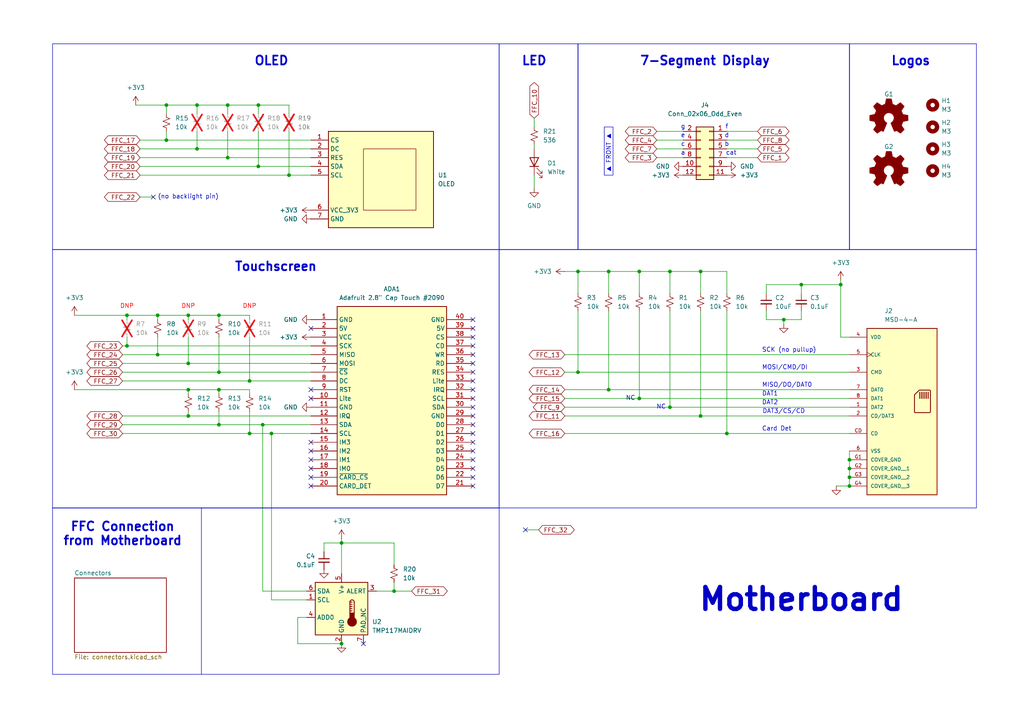
<source format=kicad_sch>
(kicad_sch (version 20231120) (generator "eeschema") (generator_version "8.0")
  (paper "A4")
  (junction (at 185.42 78.74))
  (junction (at 66.04 45.72))
  (junction (at 246.38 140.97))
  (junction (at 74.93 30.48))
  (junction (at 45.72 91.44))
  (junction (at 36.83 91.44))
  (junction (at 176.53 113.03))
  (junction (at 76.2 123.19))
  (junction (at 72.39 125.73))
  (junction (at 54.61 91.44))
  (junction (at 232.41 82.55))
  (junction (at 246.38 133.35))
  (junction (at 36.83 100.33))
  (junction (at 176.53 78.74))
  (junction (at 63.5 91.44))
  (junction (at 48.26 30.48))
  (junction (at 54.61 120.65))
  (junction (at 114.3 171.45))
  (junction (at 45.72 102.87))
  (junction (at 57.15 30.48))
  (junction (at 203.2 120.65))
  (junction (at 66.04 30.48))
  (junction (at 243.84 82.55))
  (junction (at 167.64 78.74))
  (junction (at 63.5 113.03))
  (junction (at 54.61 113.03))
  (junction (at 246.38 135.89))
  (junction (at 210.82 125.73))
  (junction (at 194.31 78.74))
  (junction (at 194.31 118.11))
  (junction (at 83.82 50.8))
  (junction (at 203.2 78.74))
  (junction (at 78.74 125.73))
  (junction (at 99.06 186.69))
  (junction (at 48.26 40.64))
  (junction (at 227.33 92.71))
  (junction (at 57.15 43.18))
  (junction (at 63.5 107.95))
  (junction (at 72.39 110.49))
  (junction (at 99.06 157.48))
  (junction (at 167.64 107.95))
  (junction (at 185.42 115.57))
  (junction (at 54.61 105.41))
  (junction (at 74.93 48.26))
  (junction (at 63.5 123.19))
  (junction (at 246.38 138.43))
  (no_connect (at 137.16 102.87))
  (no_connect (at 137.16 92.71))
  (no_connect (at 90.17 113.03))
  (no_connect (at 137.16 97.79))
  (no_connect (at 90.17 130.81))
  (no_connect (at 137.16 118.11))
  (no_connect (at 90.17 128.27))
  (no_connect (at 137.16 107.95))
  (no_connect (at 90.17 140.97))
  (no_connect (at 105.41 186.69))
  (no_connect (at 137.16 115.57))
  (no_connect (at 137.16 128.27))
  (no_connect (at 137.16 140.97))
  (no_connect (at 44.45 57.15))
  (no_connect (at 137.16 135.89))
  (no_connect (at 90.17 95.25))
  (no_connect (at 137.16 138.43))
  (no_connect (at 90.17 138.43))
  (no_connect (at 90.17 133.35))
  (no_connect (at 137.16 100.33))
  (no_connect (at 137.16 133.35))
  (no_connect (at 137.16 130.81))
  (no_connect (at 137.16 105.41))
  (no_connect (at 137.16 125.73))
  (no_connect (at 137.16 123.19))
  (no_connect (at 90.17 115.57))
  (no_connect (at 137.16 113.03))
  (no_connect (at 137.16 95.25))
  (no_connect (at 137.16 120.65))
  (no_connect (at 90.17 135.89))
  (no_connect (at 152.4 153.67))
  (no_connect (at 137.16 110.49))
  (wire (pts (xy 219.71 45.72) (xy 210.82 45.72)))
  (wire (pts (xy 246.38 133.35) (xy 246.38 135.89)))
  (wire (pts (xy 39.37 30.48) (xy 48.26 30.48)))
  (wire (pts (xy 190.5 40.64) (xy 198.12 40.64)))
  (wire (pts (xy 109.22 171.45) (xy 114.3 171.45)))
  (wire (pts (xy 219.71 43.18) (xy 210.82 43.18)))
  (wire (pts (xy 40.64 48.26) (xy 74.93 48.26)))
  (wire (pts (xy 40.64 40.64) (xy 48.26 40.64)))
  (wire (pts (xy 163.83 120.65) (xy 203.2 120.65)))
  (wire (pts (xy 163.83 115.57) (xy 185.42 115.57)))
  (wire (pts (xy 66.04 45.72) (xy 90.17 45.72)))
  (wire (pts (xy 232.41 82.55) (xy 232.41 85.09)))
  (wire (pts (xy 54.61 91.44) (xy 63.5 91.44)))
  (wire (pts (xy 246.38 130.81) (xy 246.38 133.35)))
  (wire (pts (xy 163.83 113.03) (xy 176.53 113.03)))
  (wire (pts (xy 72.39 125.73) (xy 78.74 125.73)))
  (wire (pts (xy 176.53 113.03) (xy 246.38 113.03)))
  (wire (pts (xy 35.56 123.19) (xy 63.5 123.19)))
  (polyline (pts (xy 58.42 147.32) (xy 58.42 195.58)))
  (wire (pts (xy 63.5 91.44) (xy 72.39 91.44)))
  (wire (pts (xy 163.83 118.11) (xy 194.31 118.11)))
  (wire (pts (xy 114.3 171.45) (xy 119.38 171.45)))
  (wire (pts (xy 40.64 50.8) (xy 83.82 50.8)))
  (wire (pts (xy 176.53 78.74) (xy 185.42 78.74)))
  (wire (pts (xy 99.06 157.48) (xy 114.3 157.48)))
  (wire (pts (xy 76.2 171.45) (xy 88.9 171.45)))
  (wire (pts (xy 35.56 102.87) (xy 45.72 102.87)))
  (wire (pts (xy 114.3 168.91) (xy 114.3 171.45)))
  (wire (pts (xy 154.94 43.18) (xy 154.94 41.91)))
  (wire (pts (xy 63.5 123.19) (xy 76.2 123.19)))
  (wire (pts (xy 185.42 78.74) (xy 185.42 85.09)))
  (wire (pts (xy 246.38 135.89) (xy 246.38 138.43)))
  (wire (pts (xy 74.93 38.1) (xy 74.93 48.26)))
  (wire (pts (xy 185.42 78.74) (xy 194.31 78.74)))
  (wire (pts (xy 90.17 102.87) (xy 45.72 102.87)))
  (wire (pts (xy 35.56 107.95) (xy 63.5 107.95)))
  (wire (pts (xy 163.83 102.87) (xy 246.38 102.87)))
  (wire (pts (xy 66.04 30.48) (xy 74.93 30.48)))
  (wire (pts (xy 90.17 100.33) (xy 36.83 100.33)))
  (wire (pts (xy 76.2 123.19) (xy 76.2 171.45)))
  (wire (pts (xy 176.53 90.17) (xy 176.53 113.03)))
  (wire (pts (xy 35.56 125.73) (xy 72.39 125.73)))
  (wire (pts (xy 66.04 30.48) (xy 66.04 33.02)))
  (wire (pts (xy 63.5 119.38) (xy 63.5 123.19)))
  (wire (pts (xy 48.26 30.48) (xy 57.15 30.48)))
  (wire (pts (xy 54.61 120.65) (xy 90.17 120.65)))
  (wire (pts (xy 203.2 90.17) (xy 203.2 120.65)))
  (wire (pts (xy 227.33 92.71) (xy 232.41 92.71)))
  (wire (pts (xy 152.4 153.67) (xy 156.21 153.67)))
  (wire (pts (xy 167.64 78.74) (xy 167.64 85.09)))
  (wire (pts (xy 45.72 91.44) (xy 54.61 91.44)))
  (wire (pts (xy 74.93 30.48) (xy 74.93 33.02)))
  (wire (pts (xy 243.84 82.55) (xy 243.84 97.79)))
  (wire (pts (xy 72.39 97.79) (xy 72.39 110.49)))
  (wire (pts (xy 45.72 92.71) (xy 45.72 91.44)))
  (wire (pts (xy 57.15 43.18) (xy 90.17 43.18)))
  (wire (pts (xy 72.39 119.38) (xy 72.39 125.73)))
  (wire (pts (xy 222.25 82.55) (xy 222.25 85.09)))
  (wire (pts (xy 78.74 125.73) (xy 78.74 173.99)))
  (wire (pts (xy 210.82 85.09) (xy 210.82 78.74)))
  (wire (pts (xy 72.39 113.03) (xy 72.39 114.3)))
  (wire (pts (xy 219.71 40.64) (xy 210.82 40.64)))
  (wire (pts (xy 83.82 50.8) (xy 90.17 50.8)))
  (wire (pts (xy 154.94 34.29) (xy 154.94 36.83)))
  (wire (pts (xy 54.61 120.65) (xy 54.61 119.38)))
  (wire (pts (xy 222.25 92.71) (xy 227.33 92.71)))
  (wire (pts (xy 190.5 45.72) (xy 198.12 45.72)))
  (wire (pts (xy 48.26 40.64) (xy 90.17 40.64)))
  (wire (pts (xy 63.5 114.3) (xy 63.5 113.03)))
  (wire (pts (xy 93.98 157.48) (xy 99.06 157.48)))
  (wire (pts (xy 246.38 138.43) (xy 246.38 140.97)))
  (wire (pts (xy 190.5 38.1) (xy 198.12 38.1)))
  (wire (pts (xy 114.3 157.48) (xy 114.3 163.83)))
  (wire (pts (xy 219.71 38.1) (xy 210.82 38.1)))
  (wire (pts (xy 57.15 38.1) (xy 57.15 43.18)))
  (wire (pts (xy 83.82 30.48) (xy 83.82 33.02)))
  (wire (pts (xy 243.84 97.79) (xy 246.38 97.79)))
  (wire (pts (xy 210.82 78.74) (xy 203.2 78.74)))
  (wire (pts (xy 72.39 91.44) (xy 72.39 92.71)))
  (wire (pts (xy 35.56 105.41) (xy 54.61 105.41)))
  (wire (pts (xy 167.64 107.95) (xy 167.64 90.17)))
  (wire (pts (xy 210.82 90.17) (xy 210.82 125.73)))
  (wire (pts (xy 163.83 125.73) (xy 210.82 125.73)))
  (wire (pts (xy 163.83 78.74) (xy 167.64 78.74)))
  (wire (pts (xy 83.82 38.1) (xy 83.82 50.8)))
  (wire (pts (xy 21.59 91.44) (xy 36.83 91.44)))
  (wire (pts (xy 210.82 125.73) (xy 246.38 125.73)))
  (wire (pts (xy 176.53 78.74) (xy 176.53 85.09)))
  (wire (pts (xy 66.04 38.1) (xy 66.04 45.72)))
  (wire (pts (xy 35.56 120.65) (xy 54.61 120.65)))
  (wire (pts (xy 45.72 91.44) (xy 36.83 91.44)))
  (wire (pts (xy 203.2 78.74) (xy 194.31 78.74)))
  (wire (pts (xy 194.31 118.11) (xy 194.31 90.17)))
  (wire (pts (xy 163.83 107.95) (xy 167.64 107.95)))
  (wire (pts (xy 40.64 45.72) (xy 66.04 45.72)))
  (wire (pts (xy 57.15 30.48) (xy 66.04 30.48)))
  (wire (pts (xy 54.61 91.44) (xy 54.61 92.71)))
  (wire (pts (xy 54.61 105.41) (xy 90.17 105.41)))
  (wire (pts (xy 74.93 30.48) (xy 83.82 30.48)))
  (wire (pts (xy 48.26 38.1) (xy 48.26 40.64)))
  (wire (pts (xy 88.9 179.07) (xy 86.36 179.07)))
  (wire (pts (xy 232.41 82.55) (xy 222.25 82.55)))
  (wire (pts (xy 74.93 48.26) (xy 90.17 48.26)))
  (wire (pts (xy 72.39 110.49) (xy 90.17 110.49)))
  (wire (pts (xy 54.61 97.79) (xy 54.61 105.41)))
  (wire (pts (xy 76.2 123.19) (xy 90.17 123.19)))
  (wire (pts (xy 36.83 91.44) (xy 36.83 92.71)))
  (wire (pts (xy 203.2 78.74) (xy 203.2 85.09)))
  (wire (pts (xy 203.2 120.65) (xy 246.38 120.65)))
  (wire (pts (xy 40.64 57.15) (xy 44.45 57.15)))
  (wire (pts (xy 86.36 186.69) (xy 99.06 186.69)))
  (wire (pts (xy 35.56 110.49) (xy 72.39 110.49)))
  (wire (pts (xy 190.5 43.18) (xy 198.12 43.18)))
  (wire (pts (xy 246.38 118.11) (xy 194.31 118.11)))
  (wire (pts (xy 242.57 140.97) (xy 246.38 140.97)))
  (wire (pts (xy 78.74 173.99) (xy 88.9 173.99)))
  (wire (pts (xy 57.15 30.48) (xy 57.15 33.02)))
  (wire (pts (xy 243.84 82.55) (xy 232.41 82.55)))
  (wire (pts (xy 63.5 91.44) (xy 63.5 92.71)))
  (wire (pts (xy 86.36 179.07) (xy 86.36 186.69)))
  (wire (pts (xy 63.5 113.03) (xy 54.61 113.03)))
  (wire (pts (xy 36.83 97.79) (xy 36.83 100.33)))
  (wire (pts (xy 232.41 92.71) (xy 232.41 90.17)))
  (wire (pts (xy 78.74 125.73) (xy 90.17 125.73)))
  (wire (pts (xy 40.64 43.18) (xy 57.15 43.18)))
  (wire (pts (xy 194.31 78.74) (xy 194.31 85.09)))
  (wire (pts (xy 154.94 54.61) (xy 154.94 50.8)))
  (wire (pts (xy 35.56 100.33) (xy 36.83 100.33)))
  (wire (pts (xy 167.64 78.74) (xy 176.53 78.74)))
  (wire (pts (xy 48.26 30.48) (xy 48.26 33.02)))
  (wire (pts (xy 54.61 113.03) (xy 54.61 114.3)))
  (wire (pts (xy 243.84 81.28) (xy 243.84 82.55)))
  (wire (pts (xy 63.5 113.03) (xy 72.39 113.03)))
  (wire (pts (xy 63.5 97.79) (xy 63.5 107.95)))
  (wire (pts (xy 21.59 113.03) (xy 54.61 113.03)))
  (wire (pts (xy 222.25 90.17) (xy 222.25 92.71)))
  (wire (pts (xy 246.38 107.95) (xy 167.64 107.95)))
  (wire (pts (xy 45.72 102.87) (xy 45.72 97.79)))
  (wire (pts (xy 99.06 156.21) (xy 99.06 157.48)))
  (wire (pts (xy 185.42 115.57) (xy 185.42 90.17)))
  (wire (pts (xy 227.33 93.98) (xy 227.33 92.71)))
  (wire (pts (xy 246.38 115.57) (xy 185.42 115.57)))
  (wire (pts (xy 93.98 157.48) (xy 93.98 160.02)))
  (wire (pts (xy 99.06 157.48) (xy 99.06 166.37)))
  (wire (pts (xy 63.5 107.95) (xy 90.17 107.95)))
  (rectangle (start 167.64 12.7) (end 246.38 72.39))
  (rectangle (start 175.26 36.83) (end 177.8 50.8))
  (rectangle (start 246.38 12.7) (end 283.21 72.39))
  (rectangle (start 15.24 147.32) (end 144.78 195.58))
  (rectangle (start 15.24 72.39) (end 144.78 147.32))
  (rectangle (start 15.24 12.7) (end 144.78 72.39))
  (rectangle (start 144.78 72.39) (end 283.21 147.32))
  (rectangle (start 144.78 12.7) (end 167.64 72.39))
  (text "b" (at 210.82 41.91 0) (effects (font (size 1.27 1.27))))
  (text "DNP" (at 54.61 88.9 0) (effects (font (size 1.27 1.27))))
  (text "c" (at 198.12 41.91 0) (effects (font (size 1.27 1.27))))
  (text "Logos" (at 264.16 17.78 0) (effects (font (size 2.54 2.54) (thickness 0.508) (bold yes))))
  (text "FFC Connection\nfrom Motherboard" (at 35.56 154.94 0) (effects (font (size 2.54 2.54) (thickness 0.508) (bold yes))))
  (text "DNP" (at 36.83 88.9 0) (effects (font (size 1.27 1.27))))
  (text "MOSI/CMD/DI" (at 220.98 106.68 0) (effects (font (size 1.27 1.27)) (justify left)))
  (text "f" (at 210.82 36.83 0) (effects (font (size 1.27 1.27))))
  (text "e" (at 198.12 39.37 0) (effects (font (size 1.27 1.27))))
  (text "7-Segment Display" (at 204.47 17.78 0) (effects (font (size 2.54 2.54) (thickness 0.508) (bold yes))))
  (text "LED" (at 154.94 17.78 0) (effects (font (size 2.54 2.54) (thickness 0.508) (bold yes))))
  (text "DAT2" (at 220.98 116.84 0) (effects (font (size 1.27 1.27)) (justify left)))
  (text "Touchscreen" (at 80.01 77.47 0) (effects (font (size 2.54 2.54) (thickness 0.508) (bold yes))))
  (text "NC" (at 182.88 115.57 0) (effects (font (size 1.27 1.27))))
  (text "DAT1" (at 220.98 114.3 0) (effects (font (size 1.27 1.27)) (justify left)))
  (text "▲ FRONT ▲" (at 176.53 44.45 90) (effects (font (size 1.27 1.27))))
  (text "MISO/DO/DAT0" (at 220.98 111.76 0) (effects (font (size 1.27 1.27)) (justify left)))
  (text "DNP" (at 72.39 88.9 0) (effects (font (size 1.27 1.27))))
  (text "NC" (at 191.77 118.11 0) (effects (font (size 1.27 1.27))))
  (text "g" (at 198.12 36.83 0) (effects (font (size 1.27 1.27))))
  (text "SCK (no pullup)" (at 220.98 101.6 0) (effects (font (size 1.27 1.27)) (justify left)))
  (text "DAT3/CS/CD\n" (at 227.33 119.38 0) (effects (font (size 1.27 1.27))))
  (text "Card Det" (at 220.98 124.46 0) (effects (font (size 1.27 1.27)) (justify left)))
  (text "cat" (at 212.09 44.45 0) (effects (font (size 1.27 1.27))))
  (text "a" (at 198.12 44.45 0) (effects (font (size 1.27 1.27))))
  (text "Motherboard" (at 232.41 173.99 0) (effects (font (size 6.35 6.35) (bold yes))))
  (text "OLED" (at 78.74 17.78 0) (effects (font (size 2.54 2.54) (thickness 0.508) (bold yes))))
  (text "(no backlight pin)" (at 54.61 57.15 0) (effects (font (size 1.27 1.27))))
  (text "d" (at 210.82 39.37 0) (effects (font (size 1.27 1.27))))
  (global_label "FFC_4" (shape bidirectional) (at 190.5 40.64 180) (property "Intersheetrefs" "${INTERSHEET_REFS}" (effects (hide yes))))
  (global_label "FFC_25" (shape bidirectional) (at 35.56 105.41 180) (property "Intersheetrefs" "${INTERSHEET_REFS}" (effects (hide yes))))
  (global_label "FFC_18" (shape bidirectional) (at 40.64 43.18 180) (property "Intersheetrefs" "${INTERSHEET_REFS}" (effects (hide yes))))
  (global_label "FFC_9" (shape bidirectional) (at 163.83 118.11 180) (property "Intersheetrefs" "${INTERSHEET_REFS}" (effects (hide yes))))
  (global_label "FFC_12" (shape bidirectional) (at 163.83 107.95 180) (property "Intersheetrefs" "${INTERSHEET_REFS}" (effects (hide yes))))
  (global_label "FFC_5" (shape bidirectional) (at 219.71 43.18 0) (property "Intersheetrefs" "${INTERSHEET_REFS}" (effects (hide yes))))
  (global_label "FFC_26" (shape bidirectional) (at 35.56 107.95 180) (property "Intersheetrefs" "${INTERSHEET_REFS}" (effects (hide yes))))
  (global_label "FFC_16" (shape bidirectional) (at 163.83 125.73 180) (property "Intersheetrefs" "${INTERSHEET_REFS}" (effects (hide yes))))
  (global_label "FFC_15" (shape bidirectional) (at 163.83 115.57 180) (property "Intersheetrefs" "${INTERSHEET_REFS}" (effects (hide yes))))
  (global_label "FFC_14" (shape bidirectional) (at 163.83 113.03 180) (property "Intersheetrefs" "${INTERSHEET_REFS}" (effects (hide yes))))
  (global_label "FFC_30" (shape bidirectional) (at 35.56 125.73 180) (property "Intersheetrefs" "${INTERSHEET_REFS}" (effects (hide yes))))
  (global_label "FFC_24" (shape bidirectional) (at 35.56 102.87 180) (property "Intersheetrefs" "${INTERSHEET_REFS}" (effects (hide yes))))
  (global_label "FFC_1" (shape bidirectional) (at 219.71 45.72 0) (property "Intersheetrefs" "${INTERSHEET_REFS}" (effects (hide yes))))
  (global_label "FFC_17" (shape bidirectional) (at 40.64 40.64 180) (property "Intersheetrefs" "${INTERSHEET_REFS}" (effects (hide yes))))
  (global_label "FFC_8" (shape bidirectional) (at 219.71 40.64 0) (property "Intersheetrefs" "${INTERSHEET_REFS}" (effects (hide yes))))
  (global_label "FFC_23" (shape bidirectional) (at 35.56 100.33 180) (property "Intersheetrefs" "${INTERSHEET_REFS}" (effects (hide yes))))
  (global_label "FFC_29" (shape bidirectional) (at 35.56 123.19 180) (property "Intersheetrefs" "${INTERSHEET_REFS}" (effects (hide yes))))
  (global_label "FFC_13" (shape bidirectional) (at 163.83 102.87 180) (property "Intersheetrefs" "${INTERSHEET_REFS}" (effects (hide yes))))
  (global_label "FFC_22" (shape bidirectional) (at 40.64 57.15 180) (property "Intersheetrefs" "${INTERSHEET_REFS}" (effects (hide yes))))
  (global_label "FFC_7" (shape bidirectional) (at 190.5 43.18 180) (property "Intersheetrefs" "${INTERSHEET_REFS}" (effects (hide yes))))
  (global_label "FFC_10" (shape bidirectional) (at 154.94 34.29 90) (property "Intersheetrefs" "${INTERSHEET_REFS}" (effects (hide yes))))
  (global_label "FFC_27" (shape bidirectional) (at 35.56 110.49 180) (property "Intersheetrefs" "${INTERSHEET_REFS}" (effects (hide yes))))
  (global_label "FFC_19" (shape bidirectional) (at 40.64 45.72 180) (property "Intersheetrefs" "${INTERSHEET_REFS}" (effects (hide yes))))
  (global_label "FFC_32" (shape bidirectional) (at 156.21 153.67 0) (property "Intersheetrefs" "${INTERSHEET_REFS}" (effects (hide yes))))
  (global_label "FFC_28" (shape bidirectional) (at 35.56 120.65 180) (property "Intersheetrefs" "${INTERSHEET_REFS}" (effects (hide yes))))
  (global_label "FFC_31" (shape bidirectional) (at 119.38 171.45 0) (property "Intersheetrefs" "${INTERSHEET_REFS}" (effects (hide yes))))
  (global_label "FFC_21" (shape bidirectional) (at 40.64 50.8 180) (property "Intersheetrefs" "${INTERSHEET_REFS}" (effects (hide yes))))
  (global_label "FFC_6" (shape bidirectional) (at 219.71 38.1 0) (property "Intersheetrefs" "${INTERSHEET_REFS}" (effects (hide yes))))
  (global_label "FFC_2" (shape bidirectional) (at 190.5 38.1 180) (property "Intersheetrefs" "${INTERSHEET_REFS}" (effects (hide yes))))
  (global_label "FFC_3" (shape bidirectional) (at 190.5 45.72 180) (property "Intersheetrefs" "${INTERSHEET_REFS}" (effects (hide yes))))
  (global_label "FFC_20" (shape bidirectional) (at 40.64 48.26 180) (property "Intersheetrefs" "${INTERSHEET_REFS}" (effects (hide yes))))
  (global_label "FFC_11" (shape bidirectional) (at 163.83 120.65 180) (property "Intersheetrefs" "${INTERSHEET_REFS}" (effects (hide yes))))
  (symbol (lib_id "Device:R_Small_US") (at 203.2 87.63 0) (unit 1)
    (property "Reference" "R2" (at 205.74 86.3599 0) (effects (justify left)))
    (property "Value" "10k" (at 205.74 88.8999 0) (effects (justify left)))
    (property "Footprint" "PCM_Resistor_SMD_AKL:R_0603_1608Metric_Pad1.05x0.95mm_HandSolder" (effects (hide yes)))
    (property "Datasheet" "https://www.yageo.com/upload/media/product/products/datasheet/rchip/PYu-RC_Group_51_RoHS_L_12.pdf" (effects (hide yes)))
    (property "Description" "Resistor, small US symbol" (effects (hide yes)))
    (property "Digikey" "https://www.digikey.com/en/products/detail/yageo/RC0603FR-0710KL/726880" (effects (hide yes)))
    (property "Mfgr" "YAGEO" (effects (hide yes)))
    (property "MPN" "RC0603FR-0710KL" (effects (hide yes)))
  )
  (symbol (lib_id "Device:R_Small_US") (at 194.31 87.63 0) (unit 1)
    (property "Reference" "R1" (at 196.85 86.3599 0) (effects (justify left)))
    (property "Value" "10k" (at 196.85 88.8999 0) (effects (justify left)))
    (property "Footprint" "PCM_Resistor_SMD_AKL:R_0603_1608Metric_Pad1.05x0.95mm_HandSolder" (effects (hide yes)))
    (property "Datasheet" "https://www.yageo.com/upload/media/product/products/datasheet/rchip/PYu-RC_Group_51_RoHS_L_12.pdf" (effects (hide yes)))
    (property "Description" "Resistor, small US symbol" (effects (hide yes)))
    (property "Digikey" "https://www.digikey.com/en/products/detail/yageo/RC0603FR-0710KL/726880" (effects (hide yes)))
    (property "Mfgr" "YAGEO" (effects (hide yes)))
    (property "MPN" "RC0603FR-0710KL" (effects (hide yes)))
  )
  (symbol (lib_id "Device:R_Small_US") (at 54.61 95.25 0) (unit 1) (dnp yes)
    (property "Reference" "R9" (at 57.15 93.9799 0) (effects (justify left)))
    (property "Value" "10k" (at 57.15 96.5199 0) (effects (justify left)))
    (property "Footprint" "PCM_Resistor_SMD_AKL:R_0603_1608Metric_Pad1.05x0.95mm_HandSolder" (effects (hide yes)))
    (property "Datasheet" "https://www.yageo.com/upload/media/product/products/datasheet/rchip/PYu-RC_Group_51_RoHS_L_12.pdf" (effects (hide yes)))
    (property "Description" "Resistor, small US symbol" (effects (hide yes)))
    (property "Digikey" "https://www.digikey.com/en/products/detail/yageo/RC0603FR-0710KL/726880" (effects (hide yes)))
    (property "Mfgr" "YAGEO" (effects (hide yes)))
    (property "MPN" "RC0603FR-0710KL" (effects (hide yes)))
  )
  (symbol (lib_id "MSD_4_A:MSD-4-A") (at 261.62 115.57 0) (unit 1)
    (property "Reference" "J2" (at 256.54 90.17 0) (effects (justify left)))
    (property "Value" "MSD-4-A" (at 256.54 92.71 0) (effects (justify left)))
    (property "Footprint" "MSD_4_A:CUI_MSD-4-A" (effects (hide yes)))
    (property "Datasheet" "https://www.cuidevices.com/product/resource/digikeypdf/msd-4-a.pdf" (effects (hide yes)))
    (property "Description" "MICRO SD CARD CONNECTOR, 9 POSIT, Push-In/Auto-Eject" (effects (hide yes)))
    (property "PARTREV" "1.0" (effects (hide yes)))
    (property "STANDARD" "Manufacturer Recommendations" (effects (hide yes)))
    (property "MAXIMUM_PACKAGE_HEIGHT" "2.00mm" (effects (hide yes)))
    (property "MANUFACTURER" "CUI Devices" (effects (hide yes)))
    (property "Digikey" "https://www.digikey.com/en/products/detail/same-sky-formerly-cui-devices/MSD-4-A/21796808" (effects (hide yes)))
    (property "Mfgr" "Same Sky (CUI)" (effects (hide yes)))
    (property "MPN" "MSD-4-A" (effects (hide yes)))
  )
  (symbol (lib_name "QBLP631_White_LED_1") (lib_id "QBLP631_White_LED:QBLP631_White_LED") (at 154.94 48.26 90) (unit 1)
    (property "Reference" "D1" (at 158.75 47.3074 90) (effects (justify right)))
    (property "Value" "White" (at 158.75 49.8474 90) (effects (justify right)))
    (property "Footprint" "QBLP631_White_LED:QBLP631_White_LED_0805" (effects (hide yes)))
    (property "Datasheet" "https://www.qt-brightek.com/datasheet/QBLP631_series.pdf" (effects (hide yes)))
    (property "Description" "White LED, Vf=3.1 @ 5mA" (effects (hide yes)))
    (property "Digikey" "https://www.digikey.com/en/products/detail/qt-brightek-qtb/QBLP631-IW5/16499651" (effects (hide yes)))
    (property "Mfgr" "QT Brightek (QTB)" (effects (hide yes)))
    (property "MPN" "QBLP631-IW5" (effects (hide yes)))
  )
  (symbol (lib_id "Device:R_Small_US") (at 48.26 35.56 0) (unit 1)
    (property "Reference" "R15" (at 50.8 34.2899 0) (effects (justify left)))
    (property "Value" "10k" (at 50.8 36.8299 0) (effects (justify left)))
    (property "Footprint" "PCM_Resistor_SMD_AKL:R_0603_1608Metric_Pad1.05x0.95mm_HandSolder" (effects (hide yes)))
    (property "Datasheet" "https://www.yageo.com/upload/media/product/products/datasheet/rchip/PYu-RC_Group_51_RoHS_L_12.pdf" (effects (hide yes)))
    (property "Description" "Resistor, small US symbol" (effects (hide yes)))
    (property "Digikey" "https://www.digikey.com/en/products/detail/yageo/RC0603FR-0710KL/726880" (effects (hide yes)))
    (property "Mfgr" "YAGEO" (effects (hide yes)))
    (property "MPN" "RC0603FR-0710KL" (effects (hide yes)))
  )
  (symbol (lib_id "power:+3V3") (at 210.82 50.8 270) (unit 1)
    (property "Reference" "#PWR020" (effects (hide yes)))
    (property "Value" "+3V3" (at 214.63 50.7999 90) (effects (justify left)))
    (property "Description" "Power symbol creates a global label with name \"+3V3\"" (effects (hide yes)))
  )
  (symbol (lib_id "power:+3V3") (at 198.12 50.8 90) (unit 1)
    (property "Reference" "#PWR019" (effects (hide yes)))
    (property "Value" "+3V3" (at 194.31 50.7999 90) (effects (justify left)))
    (property "Description" "Power symbol creates a global label with name \"+3V3\"" (effects (hide yes)))
  )
  (symbol (lib_id "Mechanical:MountingHole") (at 270.51 49.53 0) (unit 1) (exclude_from_sim yes) (in_bom no)
    (property "Reference" "H4" (at 273.05 48.2599 0) (effects (justify left)))
    (property "Value" "M3" (at 273.05 50.7999 0) (effects (justify left)))
    (property "Footprint" "MountingHole:MountingHole_3.2mm_M3" (effects (hide yes)))
    (property "Datasheet" "https://www.we-online.com/components/products/datasheet/97790603111.pdf" (effects (hide yes)))
    (property "Description" "Mounting Hole without connection" (effects (hide yes)))
    (property "Digikey" "https://www.digikey.com/en/products/detail/w%C3%BCrth-elektronik/97790603111/10056387" (effects (hide yes)))
    (property "Mfgr" "Wurth" (effects (hide yes)))
    (property "MPN" "97790603111" (effects (hide yes)))
    (property "Digikey2" "https://www.digikey.com/en/products/detail/w%C3%BCrth-elektronik/970800321/6174900" (effects (hide yes)))
    (property "Mfgr2" "Wurth" (effects (hide yes)))
    (property "MPN2" "970800321" (effects (hide yes)))
  )
  (symbol (lib_id "power:+3V3") (at 39.37 30.48 0) (unit 1)
    (property "Reference" "#PWR011" (effects (hide yes)))
    (property "Value" "+3V3" (at 39.37 25.4 0))
    (property "Description" "Power symbol creates a global label with name \"+3V3\"" (effects (hide yes)))
  )
  (symbol (lib_id "Graphic:Logo_Open_Hardware_Small") (at 257.81 49.53 0) (unit 1) (exclude_from_sim yes) (in_bom no)
    (property "Reference" "G2" (at 257.81 42.545 0))
    (property "Value" "Logo_Open_Hardware_Small" (effects (hide yes)))
    (property "Footprint" "Symbol:OSHW-Logo2_14.6x12mm_SilkScreen" (effects (hide yes)))
    (property "Description" "Open Hardware logo, small" (effects (hide yes)))
  )
  (symbol (lib_id "Device:C_Small") (at 93.98 162.56 0) (mirror y) (unit 1)
    (property "Reference" "C4" (at 91.44 161.2962 0) (effects (justify left)))
    (property "Value" "0.1uF" (at 91.44 163.8362 0) (effects (justify left)))
    (property "Footprint" "Capacitor_SMD:C_0603_1608Metric_Pad1.08x0.95mm_HandSolder" (effects (hide yes)))
    (property "Datasheet" "https://www.yageo.com/upload/media/product/productsearch/datasheet/mlcc/UPY-GPHC_X7R_6.3V-to-250V_24.pdf" (effects (hide yes)))
    (property "Description" "Unpolarized capacitor, small symbol" (effects (hide yes)))
    (property "Digikey" "https://www.digikey.com/en/products/detail/yageo/CC0603KRX7R7BB104/302822" (effects (hide yes)))
    (property "Mfgr" "YAGEO" (effects (hide yes)))
    (property "MPN" "CC0603KRX7R7BB104" (effects (hide yes)))
  )
  (symbol (lib_id "power:GND") (at 93.98 165.1 0) (unit 1)
    (property "Reference" "#PWR023" (effects (hide yes)))
    (property "Value" "GND" (effects (hide yes)))
    (property "Description" "Power symbol creates a global label with name \"GND\" , ground" (effects (hide yes)))
  )
  (symbol (lib_id "Device:R_Small_US") (at 72.39 116.84 0) (unit 1)
    (property "Reference" "R14" (at 74.93 115.5699 0) (effects (justify left)))
    (property "Value" "10k" (at 74.93 118.1099 0) (effects (justify left)))
    (property "Footprint" "PCM_Resistor_SMD_AKL:R_0603_1608Metric_Pad1.05x0.95mm_HandSolder" (effects (hide yes)))
    (property "Datasheet" "https://www.yageo.com/upload/media/product/products/datasheet/rchip/PYu-RC_Group_51_RoHS_L_12.pdf" (effects (hide yes)))
    (property "Description" "Resistor, small US symbol" (effects (hide yes)))
    (property "Digikey" "https://www.digikey.com/en/products/detail/yageo/RC0603FR-0710KL/726880" (effects (hide yes)))
    (property "Mfgr" "YAGEO" (effects (hide yes)))
    (property "MPN" "RC0603FR-0710KL" (effects (hide yes)))
  )
  (symbol (lib_id "Mechanical:MountingHole") (at 270.51 36.83 0) (unit 1) (exclude_from_sim yes) (in_bom no)
    (property "Reference" "H2" (at 273.05 35.5599 0) (effects (justify left)))
    (property "Value" "M3" (at 273.05 38.0999 0) (effects (justify left)))
    (property "Footprint" "MountingHole:MountingHole_3.2mm_M3" (effects (hide yes)))
    (property "Datasheet" "https://www.we-online.com/components/products/datasheet/97790603111.pdf" (effects (hide yes)))
    (property "Description" "Mounting Hole without connection" (effects (hide yes)))
    (property "Digikey" "https://www.digikey.com/en/products/detail/w%C3%BCrth-elektronik/97790603111/10056387" (effects (hide yes)))
    (property "Mfgr" "Wurth" (effects (hide yes)))
    (property "MPN" "97790603111" (effects (hide yes)))
    (property "Digikey2" "https://www.digikey.com/en/products/detail/w%C3%BCrth-elektronik/970800321/6174900" (effects (hide yes)))
    (property "Mfgr2" "Wurth" (effects (hide yes)))
    (property "MPN2" "970800321" (effects (hide yes)))
  )
  (symbol (lib_id "power:+3V3") (at 90.17 97.79 90) (unit 1)
    (property "Reference" "#PWR05" (effects (hide yes)))
    (property "Value" "+3V3" (at 86.36 97.7899 90) (effects (justify left)))
    (property "Description" "Power symbol creates a global label with name \"+3V3\"" (effects (hide yes)))
  )
  (symbol (lib_id "power:+3V3") (at 21.59 113.03 0) (unit 1)
    (property "Reference" "#PWR08" (effects (hide yes)))
    (property "Value" "+3V3" (at 21.59 107.95 0))
    (property "Description" "Power symbol creates a global label with name \"+3V3\"" (effects (hide yes)))
  )
  (symbol (lib_id "Device:R_Small_US") (at 176.53 87.63 0) (unit 1)
    (property "Reference" "R5" (at 179.07 86.3599 0) (effects (justify left)))
    (property "Value" "10k" (at 179.07 88.8999 0) (effects (justify left)))
    (property "Footprint" "PCM_Resistor_SMD_AKL:R_0603_1608Metric_Pad1.05x0.95mm_HandSolder" (effects (hide yes)))
    (property "Datasheet" "https://www.yageo.com/upload/media/product/products/datasheet/rchip/PYu-RC_Group_51_RoHS_L_12.pdf" (effects (hide yes)))
    (property "Description" "Resistor, small US symbol" (effects (hide yes)))
    (property "Digikey" "https://www.digikey.com/en/products/detail/yageo/RC0603FR-0710KL/726880" (effects (hide yes)))
    (property "Mfgr" "YAGEO" (effects (hide yes)))
    (property "MPN" "RC0603FR-0710KL" (effects (hide yes)))
  )
  (symbol (lib_id "power:GND") (at 90.17 63.5 270) (unit 1)
    (property "Reference" "#PWR010" (effects (hide yes)))
    (property "Value" "GND" (at 86.36 63.4999 90) (effects (justify right)))
    (property "Description" "Power symbol creates a global label with name \"GND\" , ground" (effects (hide yes)))
  )
  (symbol (lib_id "Device:R_Small_US") (at 72.39 95.25 0) (unit 1) (dnp yes)
    (property "Reference" "R11" (at 74.93 93.9799 0) (effects (justify left)))
    (property "Value" "10k" (at 74.93 96.5199 0) (effects (justify left)))
    (property "Footprint" "PCM_Resistor_SMD_AKL:R_0603_1608Metric_Pad1.05x0.95mm_HandSolder" (effects (hide yes)))
    (property "Datasheet" "https://www.yageo.com/upload/media/product/products/datasheet/rchip/PYu-RC_Group_51_RoHS_L_12.pdf" (effects (hide yes)))
    (property "Description" "Resistor, small US symbol" (effects (hide yes)))
    (property "Digikey" "https://www.digikey.com/en/products/detail/yageo/RC0603FR-0710KL/726880" (effects (hide yes)))
    (property "Mfgr" "YAGEO" (effects (hide yes)))
    (property "MPN" "RC0603FR-0710KL" (effects (hide yes)))
  )
  (symbol (lib_id "power:GND") (at 90.17 118.11 270) (unit 1)
    (property "Reference" "#PWR06" (effects (hide yes)))
    (property "Value" "GND" (at 86.36 118.1099 90) (effects (justify right)))
    (property "Description" "Power symbol creates a global label with name \"GND\" , ground" (effects (hide yes)))
  )
  (symbol (lib_id "Mechanical:MountingHole") (at 270.51 43.18 0) (unit 1) (exclude_from_sim yes) (in_bom no)
    (property "Reference" "H3" (at 273.05 41.9099 0) (effects (justify left)))
    (property "Value" "M3" (at 273.05 44.4499 0) (effects (justify left)))
    (property "Footprint" "MountingHole:MountingHole_3.2mm_M3" (effects (hide yes)))
    (property "Datasheet" "https://www.we-online.com/components/products/datasheet/97790603111.pdf" (effects (hide yes)))
    (property "Description" "Mounting Hole without connection" (effects (hide yes)))
    (property "Digikey" "https://www.digikey.com/en/products/detail/w%C3%BCrth-elektronik/97790603111/10056387" (effects (hide yes)))
    (property "Mfgr" "Wurth" (effects (hide yes)))
    (property "MPN" "97790603111" (effects (hide yes)))
    (property "Digikey2" "https://www.digikey.com/en/products/detail/w%C3%BCrth-elektronik/970800321/6174900" (effects (hide yes)))
    (property "Mfgr2" "https://www.digikey.com/en/products/detail/w%C3%BCrth-elektronik/970800321/6174900" (effects (hide yes)))
    (property "MPN2" "970800321" (effects (hide yes)))
  )
  (symbol (lib_id "power:+3V3") (at 243.84 81.28 0) (unit 1)
    (property "Reference" "#PWR014" (effects (hide yes)))
    (property "Value" "+3V3" (at 243.84 76.2 0))
    (property "Description" "Power symbol creates a global label with name \"+3V3\"" (effects (hide yes)))
  )
  (symbol (lib_id "Device:R_Small_US") (at 83.82 35.56 0) (unit 1) (dnp yes)
    (property "Reference" "R19" (at 86.36 34.2899 0) (effects (justify left)))
    (property "Value" "10k" (at 86.36 36.8299 0) (effects (justify left)))
    (property "Footprint" "PCM_Resistor_SMD_AKL:R_0603_1608Metric_Pad1.05x0.95mm_HandSolder" (effects (hide yes)))
    (property "Datasheet" "https://www.yageo.com/upload/media/product/products/datasheet/rchip/PYu-RC_Group_51_RoHS_L_12.pdf" (effects (hide yes)))
    (property "Description" "Resistor, small US symbol" (effects (hide yes)))
    (property "Digikey" "https://www.digikey.com/en/products/detail/yageo/RC0603FR-0710KL/726880" (effects (hide yes)))
    (property "Mfgr" "YAGEO" (effects (hide yes)))
    (property "MPN" "RC0603FR-0710KL" (effects (hide yes)))
  )
  (symbol (lib_id "Connector_Generic:Conn_02x06_Odd_Even") (at 205.74 43.18 0) (mirror y) (unit 1)
    (property "Reference" "J4" (at 204.47 30.48 0))
    (property "Value" "Conn_02x06_Odd_Even" (at 204.47 33.02 0))
    (property "Footprint" "Connector_PinSocket_2.54mm:PinSocket_2x06_P2.54mm_Vertical" (effects (hide yes)))
    (property "Description" "Generic connector, double row, 02x06, odd/even pin numbering scheme (row 1 odd numbers, row 2 even numbers), script generated (kicad-library-utils/schlib/autogen/connector/)" (effects (hide yes)))
  )
  (symbol (lib_id "Device:R_Small_US") (at 63.5 95.25 0) (unit 1)
    (property "Reference" "R10" (at 66.04 93.9799 0) (effects (justify left)))
    (property "Value" "10k" (at 66.04 96.5199 0) (effects (justify left)))
    (property "Footprint" "PCM_Resistor_SMD_AKL:R_0603_1608Metric_Pad1.05x0.95mm_HandSolder" (effects (hide yes)))
    (property "Datasheet" "https://www.yageo.com/upload/media/product/products/datasheet/rchip/PYu-RC_Group_51_RoHS_L_12.pdf" (effects (hide yes)))
    (property "Description" "Resistor, small US symbol" (effects (hide yes)))
    (property "Digikey" "https://www.digikey.com/en/products/detail/yageo/RC0603FR-0710KL/726880" (effects (hide yes)))
    (property "Mfgr" "YAGEO" (effects (hide yes)))
    (property "MPN" "RC0603FR-0710KL" (effects (hide yes)))
  )
  (symbol (lib_id "power:+3V3") (at 99.06 156.21 0) (unit 1)
    (property "Reference" "#PWR022" (effects (hide yes)))
    (property "Value" "+3V3" (at 99.06 151.13 0))
    (property "Description" "Power symbol creates a global label with name \"+3V3\"" (effects (hide yes)))
  )
  (symbol (lib_id "Device:R_Small_US") (at 185.42 87.63 0) (unit 1)
    (property "Reference" "R4" (at 187.96 86.3599 0) (effects (justify left)))
    (property "Value" "10k" (at 187.96 88.8999 0) (effects (justify left)))
    (property "Footprint" "PCM_Resistor_SMD_AKL:R_0603_1608Metric_Pad1.05x0.95mm_HandSolder" (effects (hide yes)))
    (property "Datasheet" "https://www.yageo.com/upload/media/product/products/datasheet/rchip/PYu-RC_Group_51_RoHS_L_12.pdf" (effects (hide yes)))
    (property "Description" "Resistor, small US symbol" (effects (hide yes)))
    (property "Digikey" "https://www.digikey.com/en/products/detail/yageo/RC0603FR-0710KL/726880" (effects (hide yes)))
    (property "Mfgr" "YAGEO" (effects (hide yes)))
    (property "MPN" "RC0603FR-0710KL" (effects (hide yes)))
  )
  (symbol (lib_id "power:GND") (at 154.94 54.61 0) (unit 1)
    (property "Reference" "#PWR016" (effects (hide yes)))
    (property "Value" "GND" (at 154.94 59.69 0))
    (property "Description" "Power symbol creates a global label with name \"GND\" , ground" (effects (hide yes)))
  )
  (symbol (lib_id "Sensor_Temperature:TMP117xxDRV") (at 99.06 176.53 0) (unit 1)
    (property "Reference" "U2" (at 107.95 180.34 0) (effects (justify left)))
    (property "Value" "TMP117MAIDRV" (at 107.95 182.88 0) (effects (justify left)))
    (property "Footprint" "Package_SON:WSON-6-1EP_2x2mm_P0.65mm_EP1x1.6mm" (effects (hide yes)))
    (property "Datasheet" "https://www.ti.com/lit/ds/symlink/tmp117.pdf" (effects (hide yes)))
    (property "Description" "Digital Temperature Sensor with I2C/SMBus Interface, 16 bits, +/-0.3° C, one-shot conversion, alert, nist traceable, EEPROM, WSON" (effects (hide yes)))
    (property "Digikey" "https://www.digikey.com/en/products/detail/texas-instruments/TMP117MAIDRVR/9685285" (effects (hide yes)))
    (property "Mfgr" "Texas Instruments" (effects (hide yes)))
    (property "MPN" "TMP117MAIDRVR" (effects (hide yes)))
  )
  (symbol (lib_id "power:+3V3") (at 90.17 60.96 90) (unit 1)
    (property "Reference" "#PWR09" (effects (hide yes)))
    (property "Value" "+3V3" (at 86.36 60.9599 90) (effects (justify left)))
    (property "Description" "Power symbol creates a global label with name \"+3V3\"" (effects (hide yes)))
  )
  (symbol (lib_id "Device:R_Small_US") (at 210.82 87.63 0) (unit 1)
    (property "Reference" "R6" (at 213.36 86.3599 0) (effects (justify left)))
    (property "Value" "10k" (at 213.36 88.8999 0) (effects (justify left)))
    (property "Footprint" "PCM_Resistor_SMD_AKL:R_0603_1608Metric_Pad1.05x0.95mm_HandSolder" (effects (hide yes)))
    (property "Datasheet" "https://www.yageo.com/upload/media/product/products/datasheet/rchip/PYu-RC_Group_51_RoHS_L_12.pdf" (effects (hide yes)))
    (property "Description" "Resistor, small US symbol" (effects (hide yes)))
    (property "Digikey" "https://www.digikey.com/en/products/detail/yageo/RC0603FR-0710KL/726880" (effects (hide yes)))
    (property "Mfgr" "YAGEO" (effects (hide yes)))
    (property "MPN" "RC0603FR-0710KL" (effects (hide yes)))
  )
  (symbol (lib_id "Device:R_Small_US") (at 167.64 87.63 0) (unit 1)
    (property "Reference" "R3" (at 170.18 86.3599 0) (effects (justify left)))
    (property "Value" "10k" (at 170.18 88.8999 0) (effects (justify left)))
    (property "Footprint" "PCM_Resistor_SMD_AKL:R_0603_1608Metric_Pad1.05x0.95mm_HandSolder" (effects (hide yes)))
    (property "Datasheet" "https://www.yageo.com/upload/media/product/products/datasheet/rchip/PYu-RC_Group_51_RoHS_L_12.pdf" (effects (hide yes)))
    (property "Description" "Resistor, small US symbol" (effects (hide yes)))
    (property "Digikey" "https://www.digikey.com/en/products/detail/yageo/RC0603FR-0710KL/726880" (effects (hide yes)))
    (property "Mfgr" "YAGEO" (effects (hide yes)))
    (property "MPN" "RC0603FR-0710KL" (effects (hide yes)))
  )
  (symbol (lib_id "power:GND") (at 210.82 48.26 90) (unit 1)
    (property "Reference" "#PWR018" (effects (hide yes)))
    (property "Value" "GND" (at 214.63 48.2599 90) (effects (justify right)))
    (property "Description" "Power symbol creates a global label with name \"GND\" , ground" (effects (hide yes)))
  )
  (symbol (lib_id "Device:C_Small") (at 232.41 87.63 0) (unit 1)
    (property "Reference" "C3" (at 234.95 86.3662 0) (effects (justify left)))
    (property "Value" "0.1uF" (at 234.95 88.9062 0) (effects (justify left)))
    (property "Footprint" "Capacitor_SMD:C_0603_1608Metric_Pad1.08x0.95mm_HandSolder" (effects (hide yes)))
    (property "Datasheet" "https://www.yageo.com/upload/media/product/productsearch/datasheet/mlcc/UPY-GPHC_X7R_6.3V-to-250V_24.pdf" (effects (hide yes)))
    (property "Description" "Unpolarized capacitor, small symbol" (effects (hide yes)))
    (property "Digikey" "https://www.digikey.com/en/products/detail/yageo/CC0603KRX7R7BB104/302822" (effects (hide yes)))
    (property "Mfgr" "YAGEO" (effects (hide yes)))
    (property "MPN" "CC0603KRX7R7BB104" (effects (hide yes)))
  )
  (symbol (lib_id "HiLetgo:HiLetGo 0.95in OLED 96x128 SSD1331 SPI") (at 125.73 38.1 270) (unit 1)
    (property "Reference" "U1" (at 127 50.7999 90) (effects (justify left)))
    (property "Value" "OLED" (at 127 53.3399 90) (effects (justify left)))
    (property "Footprint" "HiLetgo:OLED_0.95in_96x128_SPI_No_Bottom_Drill_Holes" (effects (hide yes)))
    (property "Datasheet" "https://www.amazon.com/dp/B0711RKXB5?psc=1&ref=ppx_yo2ov_dt_b_product_details" (effects (hide yes)))
    (property "Description" "HiLetGo 0.95in OLED 96x128 SSD1331 SPI" (effects (hide yes)))
    (property "Amazon" "https://www.amazon.com/dp/B0711RKXB5?psc=1&ref=ppx_yo2ov_dt_b_product_details" (effects (hide yes)))
    (property "Mfgr" "HiLetgo" (effects (hide yes)))
    (property "MPN" "N/A" (effects (hide yes)))
    (property "Digikey2" "https://www.digikey.com/en/products/detail/sullins-connector-solutions/PPTC071LFBN-RC/810146" (effects (hide yes)))
    (property "Mfgr2" "Sullins Connector" (effects (hide yes)))
    (property "MPN2" "PPTC071LFBN-RC" (effects (hide yes)))
  )
  (symbol (lib_id "power:GND") (at 227.33 93.98 0) (unit 1)
    (property "Reference" "#PWR013" (effects (hide yes)))
    (property "Value" "GND" (effects (hide yes)))
    (property "Description" "Power symbol creates a global label with name \"GND\" , ground" (effects (hide yes)))
  )
  (symbol (lib_id "Device:R_Small_US") (at 154.94 39.37 0) (unit 1)
    (property "Reference" "R21" (at 157.48 38.0999 0) (effects (justify left)))
    (property "Value" "536" (at 157.48 40.6399 0) (effects (justify left)))
    (property "Footprint" "PCM_Resistor_SMD_AKL:R_0805_2012Metric_Pad1.15x1.40mm" (effects (hide yes)))
    (property "Datasheet" "https://www.yageo.com/upload/media/product/products/datasheet/rchip/PYu-RC_Group_51_RoHS_L_12.pdf" (effects (hide yes)))
    (property "Description" "Resistor, small US symbol" (effects (hide yes)))
    (property "Mfgr" "YAGEO" (effects (hide yes)))
    (property "MPN" "RC0805FR-07536RL" (effects (hide yes)))
    (property "Digikey" "https://www.digikey.com/en/products/detail/yageo/rc0805fr-07536rl/728026" (effects (hide yes)))
  )
  (symbol (lib_id "power:GND") (at 198.12 48.26 270) (unit 1)
    (property "Reference" "#PWR017" (effects (hide yes)))
    (property "Value" "GND" (at 194.31 48.26 90) (effects (justify right)))
    (property "Description" "Power symbol creates a global label with name \"GND\" , ground" (effects (hide yes)))
  )
  (symbol (lib_id "Device:R_Small_US") (at 54.61 116.84 0) (unit 1)
    (property "Reference" "R12" (at 57.15 115.5699 0) (effects (justify left)))
    (property "Value" "10k" (at 57.15 118.1099 0) (effects (justify left)))
    (property "Footprint" "PCM_Resistor_SMD_AKL:R_0603_1608Metric_Pad1.05x0.95mm_HandSolder" (effects (hide yes)))
    (property "Datasheet" "https://www.yageo.com/upload/media/product/products/datasheet/rchip/PYu-RC_Group_51_RoHS_L_12.pdf" (effects (hide yes)))
    (property "Description" "Resistor, small US symbol" (effects (hide yes)))
    (property "Digikey" "https://www.digikey.com/en/products/detail/yageo/RC0603FR-0710KL/726880" (effects (hide yes)))
    (property "Mfgr" "YAGEO" (effects (hide yes)))
    (property "MPN" "RC0603FR-0710KL" (effects (hide yes)))
  )
  (symbol (lib_id "Device:R_Small_US") (at 63.5 116.84 0) (unit 1)
    (property "Reference" "R13" (at 66.04 115.5699 0) (effects (justify left)))
    (property "Value" "10k" (at 66.04 118.1099 0) (effects (justify left)))
    (property "Footprint" "PCM_Resistor_SMD_AKL:R_0603_1608Metric_Pad1.05x0.95mm_HandSolder" (effects (hide yes)))
    (property "Datasheet" "https://www.yageo.com/upload/media/product/products/datasheet/rchip/PYu-RC_Group_51_RoHS_L_12.pdf" (effects (hide yes)))
    (property "Description" "Resistor, small US symbol" (effects (hide yes)))
    (property "Digikey" "https://www.digikey.com/en/products/detail/yageo/RC0603FR-0710KL/726880" (effects (hide yes)))
    (property "Mfgr" "YAGEO" (effects (hide yes)))
    (property "MPN" "RC0603FR-0710KL" (effects (hide yes)))
  )
  (symbol (lib_id "Device:R_Small_US") (at 36.83 95.25 0) (unit 1) (dnp yes)
    (property "Reference" "R7" (at 39.37 93.9799 0) (effects (justify left)))
    (property "Value" "10k" (at 39.37 96.5199 0) (effects (justify left)))
    (property "Footprint" "PCM_Resistor_SMD_AKL:R_0603_1608Metric_Pad1.05x0.95mm_HandSolder" (effects (hide yes)))
    (property "Datasheet" "https://www.yageo.com/upload/media/product/products/datasheet/rchip/PYu-RC_Group_51_RoHS_L_12.pdf" (effects (hide yes)))
    (property "Description" "Resistor, small US symbol" (effects (hide yes)))
    (property "Digikey" "https://www.digikey.com/en/products/detail/yageo/RC0603FR-0710KL/726880" (effects (hide yes)))
    (property "Mfgr" "YAGEO" (effects (hide yes)))
    (property "MPN" "RC0603FR-0710KL" (effects (hide yes)))
  )
  (symbol (lib_id "Graphic:Logo_Open_Hardware_Small") (at 257.81 34.29 0) (unit 1) (exclude_from_sim yes) (in_bom no)
    (property "Reference" "G1" (at 257.81 27.305 0))
    (property "Value" "Logo_Open_Hardware_Small" (effects (hide yes)))
    (property "Footprint" "Symbol:KiCad-Logo2_5mm_SilkScreen" (effects (hide yes)))
    (property "Description" "Open Hardware logo, small" (effects (hide yes)))
  )
  (symbol (lib_id "Mechanical:MountingHole") (at 270.51 30.48 0) (unit 1) (exclude_from_sim yes) (in_bom no)
    (property "Reference" "H1" (at 273.05 29.2099 0) (effects (justify left)))
    (property "Value" "M3" (at 273.05 31.7499 0) (effects (justify left)))
    (property "Footprint" "MountingHole:MountingHole_3.2mm_M3" (effects (hide yes)))
    (property "Datasheet" "https://www.we-online.com/components/products/datasheet/97790603111.pdf" (effects (hide yes)))
    (property "Description" "Mounting Hole without connection" (effects (hide yes)))
    (property "Digikey" "https://www.digikey.com/en/products/detail/w%C3%BCrth-elektronik/97790603111/10056387" (effects (hide yes)))
    (property "Mfgr" "Wurth" (effects (hide yes)))
    (property "MPN" "97790603111" (effects (hide yes)))
    (property "Digikey2" "https://www.digikey.com/en/products/detail/w%C3%BCrth-elektronik/970800321/6174900" (effects (hide yes)))
    (property "Mfgr2" "Wurth" (effects (hide yes)))
    (property "MPN2" "970800321" (effects (hide yes)))
  )
  (symbol (lib_id "Device:R_Small_US") (at 66.04 35.56 0) (unit 1) (dnp yes)
    (property "Reference" "R17" (at 68.58 34.2899 0) (effects (justify left)))
    (property "Value" "10k" (at 68.58 36.8299 0) (effects (justify left)))
    (property "Footprint" "PCM_Resistor_SMD_AKL:R_0603_1608Metric_Pad1.05x0.95mm_HandSolder" (effects (hide yes)))
    (property "Datasheet" "https://www.yageo.com/upload/media/product/products/datasheet/rchip/PYu-RC_Group_51_RoHS_L_12.pdf" (effects (hide yes)))
    (property "Description" "Resistor, small US symbol" (effects (hide yes)))
    (property "Digikey" "https://www.digikey.com/en/products/detail/yageo/RC0603FR-0710KL/726880" (effects (hide yes)))
    (property "Mfgr" "YAGEO" (effects (hide yes)))
    (property "MPN" "RC0603FR-0710KL" (effects (hide yes)))
  )
  (symbol (lib_id "Adafruit_Modules:Adafruit_2.8_CapTouchscreen") (at 97.79 88.9 0) (unit 1)
    (property "Reference" "ADA1" (at 113.665 83.82 0))
    (property "Value" "Adafruit 2.8\" Cap Touch #2090" (at 113.665 86.36 0))
    (property "Footprint" "Adafruit_Modules:Adafruit 2.8 Cap Touchscreen (2090)" (effects (hide yes)))
    (property "Datasheet" "https://www.adafruit.com/product/2090" (effects (hide yes)))
    (property "Description" "2.8\" TFT LCD with Cap Touch Breakout Board w/MicroSD Socket - EYESPI Connector" (effects (hide yes)))
  )
  (symbol (lib_id "Device:R_Small_US") (at 114.3 166.37 0) (unit 1)
    (property "Reference" "R20" (at 116.84 165.0999 0) (effects (justify left)))
    (property "Value" "10k" (at 116.84 167.6399 0) (effects (justify left)))
    (property "Footprint" "PCM_Resistor_SMD_AKL:R_0603_1608Metric_Pad1.05x0.95mm_HandSolder" (effects (hide yes)))
    (property "Datasheet" "https://www.yageo.com/upload/media/product/products/datasheet/rchip/PYu-RC_Group_51_RoHS_L_12.pdf" (effects (hide yes)))
    (property "Description" "Resistor, small US symbol" (effects (hide yes)))
    (property "Digikey" "https://www.digikey.com/en/products/detail/yageo/RC0603FR-0710KL/726880" (effects (hide yes)))
    (property "Mfgr" "YAGEO" (effects (hide yes)))
    (property "MPN" "RC0603FR-0710KL" (effects (hide yes)))
  )
  (symbol (lib_id "Device:R_Small_US") (at 57.15 35.56 0) (unit 1) (dnp yes)
    (property "Reference" "R16" (at 59.69 34.2899 0) (effects (justify left)))
    (property "Value" "10k" (at 59.69 36.8299 0) (effects (justify left)))
    (property "Footprint" "PCM_Resistor_SMD_AKL:R_0603_1608Metric_Pad1.05x0.95mm_HandSolder" (effects (hide yes)))
    (property "Datasheet" "https://www.yageo.com/upload/media/product/products/datasheet/rchip/PYu-RC_Group_51_RoHS_L_12.pdf" (effects (hide yes)))
    (property "Description" "Resistor, small US symbol" (effects (hide yes)))
    (property "Digikey" "https://www.digikey.com/en/products/detail/yageo/RC0603FR-0710KL/726880" (effects (hide yes)))
    (property "Mfgr" "YAGEO" (effects (hide yes)))
    (property "MPN" "RC0603FR-0710KL" (effects (hide yes)))
  )
  (symbol (lib_id "power:+3V3") (at 163.83 78.74 90) (unit 1)
    (property "Reference" "#PWR012" (effects (hide yes)))
    (property "Value" "+3V3" (at 160.02 78.7399 90) (effects (justify left)))
    (property "Description" "Power symbol creates a global label with name \"+3V3\"" (effects (hide yes)))
  )
  (symbol (lib_id "power:+3V3") (at 21.59 91.44 0) (unit 1)
    (property "Reference" "#PWR07" (effects (hide yes)))
    (property "Value" "+3V3" (at 21.59 86.36 0))
    (property "Description" "Power symbol creates a global label with name \"+3V3\"" (effects (hide yes)))
  )
  (symbol (lib_id "Device:C_Small") (at 222.25 87.63 0) (unit 1)
    (property "Reference" "C2" (at 224.79 86.3662 0) (effects (justify left)))
    (property "Value" "10uF" (at 224.79 88.9062 0) (effects (justify left)))
    (property "Footprint" "Capacitor_SMD:C_0603_1608Metric_Pad1.08x0.95mm_HandSolder" (effects (hide yes)))
    (property "Datasheet" "https://search.murata.co.jp/Ceramy/image/img/A01X/G101/ENG/GRM188R60J106ME47-01.pdf" (effects (hide yes)))
    (property "Description" "Unpolarized capacitor, small symbol" (effects (hide yes)))
    (property "Digikey" "https://www.digikey.com/en/products/detail/murata-electronics/GRM188R60J106ME47D/965910" (effects (hide yes)))
    (property "Mfgr" "Murata" (effects (hide yes)))
    (property "MPN" "GRM188R60J106ME47D" (effects (hide yes)))
  )
  (symbol (lib_id "Device:R_Small_US") (at 74.93 35.56 0) (unit 1) (dnp yes)
    (property "Reference" "R18" (at 77.47 34.2899 0) (effects (justify left)))
    (property "Value" "10k" (at 77.47 36.8299 0) (effects (justify left)))
    (property "Footprint" "PCM_Resistor_SMD_AKL:R_0603_1608Metric_Pad1.05x0.95mm_HandSolder" (effects (hide yes)))
    (property "Datasheet" "https://www.yageo.com/upload/media/product/products/datasheet/rchip/PYu-RC_Group_51_RoHS_L_12.pdf" (effects (hide yes)))
    (property "Description" "Resistor, small US symbol" (effects (hide yes)))
    (property "Digikey" "https://www.digikey.com/en/products/detail/yageo/RC0603FR-0710KL/726880" (effects (hide yes)))
    (property "Mfgr" "YAGEO" (effects (hide yes)))
    (property "MPN" "RC0603FR-0710KL" (effects (hide yes)))
  )
  (symbol (lib_id "power:GND") (at 99.06 186.69 0) (unit 1)
    (property "Reference" "#PWR021" (effects (hide yes)))
    (property "Value" "GND" (effects (hide yes)))
    (property "Description" "Power symbol creates a global label with name \"GND\" , ground" (effects (hide yes)))
  )
  (symbol (lib_id "Device:R_Small_US") (at 45.72 95.25 0) (unit 1)
    (property "Reference" "R8" (at 48.26 93.9799 0) (effects (justify left)))
    (property "Value" "10k" (at 48.26 96.5199 0) (effects (justify left)))
    (property "Footprint" "PCM_Resistor_SMD_AKL:R_0603_1608Metric_Pad1.05x0.95mm_HandSolder" (effects (hide yes)))
    (property "Datasheet" "https://www.yageo.com/upload/media/product/products/datasheet/rchip/PYu-RC_Group_51_RoHS_L_12.pdf" (effects (hide yes)))
    (property "Description" "Resistor, small US symbol" (effects (hide yes)))
    (property "Digikey" "https://www.digikey.com/en/products/detail/yageo/RC0603FR-0710KL/726880" (effects (hide yes)))
    (property "Mfgr" "YAGEO" (effects (hide yes)))
    (property "MPN" "RC0603FR-0710KL" (effects (hide yes)))
  )
  (symbol (lib_id "power:GND") (at 90.17 92.71 270) (unit 1)
    (property "Reference" "#PWR04" (effects (hide yes)))
    (property "Value" "GND" (at 86.36 92.7099 90) (effects (justify right)))
    (property "Description" "Power symbol creates a global label with name \"GND\" , ground" (effects (hide yes)))
  )
  (symbol (lib_id "power:GND") (at 242.57 140.97 0) (unit 1)
    (property "Reference" "#PWR015" (effects (hide yes)))
    (property "Value" "GND" (effects (hide yes)))
    (property "Description" "Power symbol creates a global label with name \"GND\" , ground" (effects (hide yes)))
  )
  (sheet (at 21.59 167.64) (size 26.67 21.59) (stroke (width 0.1524))
    (property "Sheetname" "Connectors" (at 21.59 166.9284 0) (effects (justify left bottom)))
    (property "Sheetfile" "connectors.kicad_sch" (at 21.59 189.8146 0) (effects (justify left top)))
  )
)
</source>
